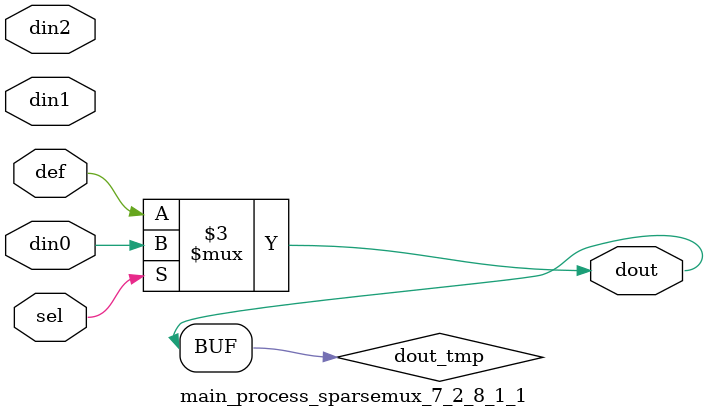
<source format=v>
`timescale 1ns / 1ps

module main_process_sparsemux_7_2_8_1_1 (din0,din1,din2,def,sel,dout);

parameter din0_WIDTH = 1;

parameter din1_WIDTH = 1;

parameter din2_WIDTH = 1;

parameter def_WIDTH = 1;
parameter sel_WIDTH = 1;
parameter dout_WIDTH = 1;

parameter [sel_WIDTH-1:0] CASE0 = 1;

parameter [sel_WIDTH-1:0] CASE1 = 1;

parameter [sel_WIDTH-1:0] CASE2 = 1;

parameter ID = 1;
parameter NUM_STAGE = 1;



input [din0_WIDTH-1:0] din0;

input [din1_WIDTH-1:0] din1;

input [din2_WIDTH-1:0] din2;

input [def_WIDTH-1:0] def;
input [sel_WIDTH-1:0] sel;

output [dout_WIDTH-1:0] dout;



reg [dout_WIDTH-1:0] dout_tmp;


always @ (*) begin
(* parallel_case *) case (sel)
    
    CASE0 : dout_tmp = din0;
    
    CASE1 : dout_tmp = din1;
    
    CASE2 : dout_tmp = din2;
    
    default : dout_tmp = def;
endcase
end


assign dout = dout_tmp;



endmodule

</source>
